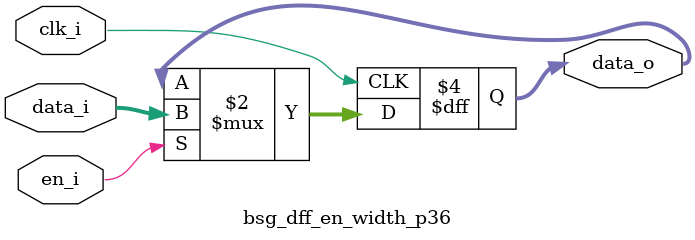
<source format=v>

module bsg_dff_en_width_p36
(
  clk_i,
  data_i,
  en_i,
  data_o
);

  input [35:0] data_i;
  output [35:0] data_o;
  input clk_i;
  input en_i;
  reg [35:0] data_o;

  always @(posedge clk_i) begin
    if(en_i) begin
      { data_o[35:0] } <= { data_i[35:0] };
    end
  end


endmodule
</source>
